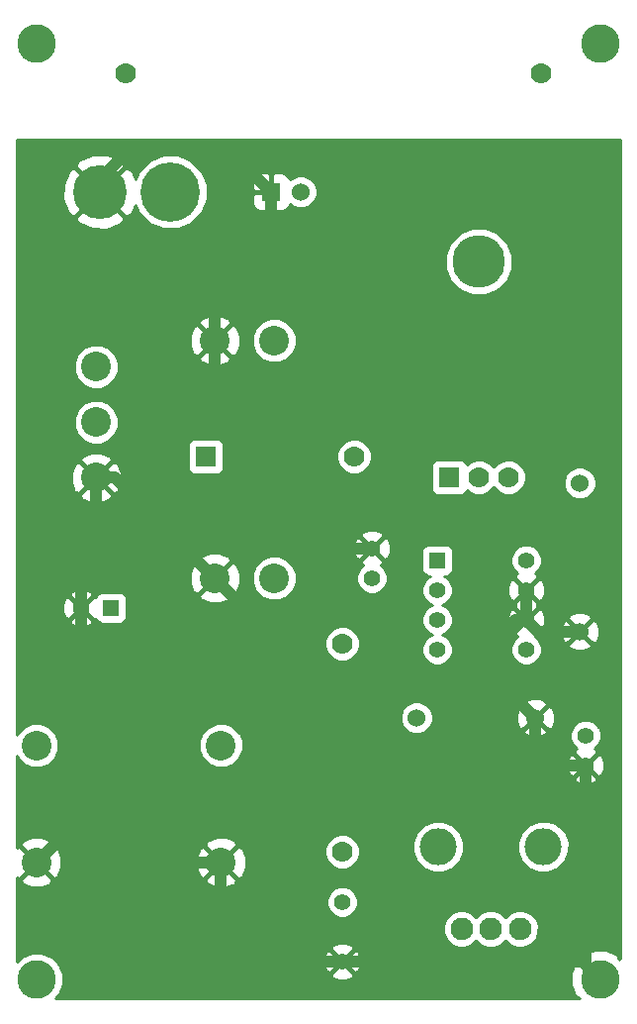
<source format=gbl>
G04 (created by PCBNEW (2013-feb-26)-testing) date Mon 22 Apr 2013 05:52:35 PM PDT*
%MOIN*%
G04 Gerber Fmt 3.4, Leading zero omitted, Abs format*
%FSLAX34Y34*%
G01*
G70*
G90*
G04 APERTURE LIST*
%ADD10C,2.3622e-06*%
%ADD11C,0.1*%
%ADD12R,0.06X0.06*%
%ADD13C,0.06*%
%ADD14R,0.055X0.055*%
%ADD15C,0.055*%
%ADD16C,0.2*%
%ADD17C,0.1811*%
%ADD18C,0.13*%
%ADD19C,0.07*%
%ADD20R,0.07X0.07*%
%ADD21C,0.1772*%
%ADD22C,0.076*%
%ADD23C,0.125*%
%ADD24C,0.04*%
%ADD25C,0.01*%
G04 APERTURE END LIST*
G54D10*
G54D11*
X37000Y-43380D03*
X37000Y-45250D03*
X37000Y-47120D03*
G54D12*
X42900Y-37500D03*
G54D13*
X43900Y-37500D03*
G54D14*
X48500Y-49900D03*
G54D15*
X48500Y-50900D03*
X48500Y-51900D03*
X48500Y-52900D03*
X51500Y-52900D03*
X51500Y-51900D03*
X51500Y-50900D03*
X51500Y-49900D03*
G54D16*
X39500Y-37500D03*
G54D17*
X37138Y-37500D03*
G54D11*
X43000Y-50500D03*
X41000Y-50500D03*
X43000Y-42500D03*
X41000Y-42500D03*
G54D15*
X45300Y-61400D03*
X45300Y-63400D03*
G54D14*
X37500Y-51500D03*
G54D15*
X36500Y-51500D03*
X46300Y-50500D03*
X46300Y-49500D03*
X53500Y-55800D03*
X53500Y-56800D03*
G54D18*
X35000Y-64000D03*
X54000Y-32500D03*
X35000Y-32500D03*
G54D13*
X47800Y-55200D03*
X51800Y-55200D03*
G54D19*
X45700Y-46400D03*
G54D20*
X40700Y-46400D03*
G54D19*
X45300Y-59700D03*
X45300Y-52700D03*
G54D13*
X53300Y-47300D03*
X53300Y-52300D03*
G54D19*
X52000Y-33500D03*
X38000Y-33500D03*
G54D11*
X34990Y-56131D03*
X41210Y-56131D03*
X34990Y-60069D03*
X41210Y-60069D03*
G54D20*
X48900Y-47100D03*
G54D19*
X49900Y-47100D03*
X50900Y-47100D03*
G54D21*
X49900Y-39848D03*
G54D22*
X49316Y-62300D03*
X50300Y-62300D03*
X51284Y-62300D03*
G54D23*
X48528Y-59544D03*
X52072Y-59544D03*
G54D18*
X54000Y-64000D03*
G54D24*
X36900Y-58150D02*
X36900Y-53400D01*
X36500Y-53000D02*
X36500Y-51500D01*
X36900Y-53400D02*
X36500Y-53000D01*
X36500Y-51500D02*
X36500Y-49000D01*
X36500Y-49000D02*
X37000Y-48500D01*
X37000Y-48500D02*
X37000Y-47120D01*
X45300Y-63400D02*
X53400Y-63400D01*
X53400Y-63400D02*
X54000Y-64000D01*
X41210Y-60069D02*
X41210Y-61040D01*
X43570Y-63400D02*
X45300Y-63400D01*
X41210Y-61040D02*
X43570Y-63400D01*
X41210Y-60069D02*
X38819Y-60069D01*
X38819Y-60069D02*
X36900Y-58150D01*
X36900Y-58150D02*
X36900Y-58159D01*
X36900Y-58159D02*
X34990Y-60069D01*
X51800Y-55200D02*
X51800Y-55940D01*
X52660Y-56800D02*
X53500Y-56800D01*
X51800Y-55940D02*
X52660Y-56800D01*
X51500Y-51900D02*
X51130Y-51900D01*
X50570Y-53970D02*
X51800Y-55200D01*
X50570Y-52460D02*
X50570Y-53970D01*
X51130Y-51900D02*
X50570Y-52460D01*
X51500Y-50900D02*
X51500Y-51900D01*
X51500Y-51900D02*
X51900Y-52300D01*
X51900Y-52300D02*
X53300Y-52300D01*
X41000Y-50500D02*
X41000Y-50520D01*
X45540Y-49500D02*
X46300Y-49500D01*
X43460Y-51580D02*
X45540Y-49500D01*
X42060Y-51580D02*
X43460Y-51580D01*
X41000Y-50520D02*
X42060Y-51580D01*
X37000Y-47120D02*
X37620Y-47120D01*
X37620Y-47120D02*
X41000Y-50500D01*
X53500Y-56800D02*
X53500Y-63500D01*
X53500Y-63500D02*
X54000Y-64000D01*
X41000Y-42500D02*
X41000Y-44100D01*
X41000Y-44100D02*
X39600Y-45500D01*
X39600Y-45500D02*
X39600Y-49100D01*
X39600Y-49100D02*
X41000Y-50500D01*
X42900Y-37500D02*
X42900Y-39500D01*
X41000Y-41400D02*
X41000Y-42500D01*
X42900Y-39500D02*
X41000Y-41400D01*
X37138Y-37500D02*
X37138Y-37062D01*
X41300Y-35900D02*
X42900Y-37500D01*
X38300Y-35900D02*
X41300Y-35900D01*
X37138Y-37062D02*
X38300Y-35900D01*
G54D10*
G36*
X54675Y-63289D02*
X54641Y-63323D01*
X54578Y-63160D01*
X54213Y-63003D01*
X54125Y-63001D01*
X54125Y-56675D01*
X54029Y-56445D01*
X54029Y-56445D01*
X54025Y-56445D01*
X54025Y-55696D01*
X53950Y-55514D01*
X53950Y-52171D01*
X53851Y-51932D01*
X53850Y-51930D01*
X53850Y-51930D01*
X53850Y-47191D01*
X53766Y-46988D01*
X53611Y-46834D01*
X53409Y-46750D01*
X53191Y-46749D01*
X52988Y-46833D01*
X52834Y-46988D01*
X52750Y-47190D01*
X52749Y-47408D01*
X52833Y-47611D01*
X52988Y-47765D01*
X53190Y-47849D01*
X53408Y-47850D01*
X53611Y-47766D01*
X53765Y-47611D01*
X53849Y-47409D01*
X53850Y-47191D01*
X53850Y-51930D01*
X53724Y-51911D01*
X53688Y-51946D01*
X53688Y-51875D01*
X53669Y-51749D01*
X53430Y-51650D01*
X53171Y-51649D01*
X52932Y-51748D01*
X52930Y-51749D01*
X52911Y-51875D01*
X53300Y-52264D01*
X53688Y-51875D01*
X53688Y-51946D01*
X53335Y-52300D01*
X53724Y-52688D01*
X53850Y-52669D01*
X53949Y-52430D01*
X53950Y-52171D01*
X53950Y-55514D01*
X53945Y-55503D01*
X53797Y-55355D01*
X53688Y-55309D01*
X53688Y-52724D01*
X53300Y-52335D01*
X53264Y-52370D01*
X53264Y-52300D01*
X52875Y-51911D01*
X52749Y-51930D01*
X52650Y-52169D01*
X52649Y-52428D01*
X52748Y-52667D01*
X52749Y-52669D01*
X52875Y-52688D01*
X53264Y-52300D01*
X53264Y-52370D01*
X52911Y-52724D01*
X52930Y-52850D01*
X53169Y-52949D01*
X53428Y-52950D01*
X53667Y-52851D01*
X53669Y-52850D01*
X53688Y-52724D01*
X53688Y-55309D01*
X53604Y-55275D01*
X53396Y-55274D01*
X53203Y-55354D01*
X53055Y-55502D01*
X52975Y-55695D01*
X52974Y-55903D01*
X53054Y-56097D01*
X53202Y-56244D01*
X53204Y-56245D01*
X53145Y-56270D01*
X53145Y-56270D01*
X53129Y-56393D01*
X53500Y-56764D01*
X53870Y-56393D01*
X53854Y-56270D01*
X53795Y-56245D01*
X53797Y-56245D01*
X53944Y-56097D01*
X54024Y-55904D01*
X54025Y-55696D01*
X54025Y-56445D01*
X53906Y-56429D01*
X53535Y-56800D01*
X53906Y-57170D01*
X54029Y-57154D01*
X54124Y-56924D01*
X54125Y-56675D01*
X54125Y-63001D01*
X53870Y-62997D01*
X53870Y-57206D01*
X53500Y-56835D01*
X53464Y-56870D01*
X53464Y-56800D01*
X53093Y-56429D01*
X52970Y-56445D01*
X52875Y-56675D01*
X52874Y-56924D01*
X52970Y-57154D01*
X52970Y-57154D01*
X53093Y-57170D01*
X53464Y-56800D01*
X53464Y-56870D01*
X53129Y-57206D01*
X53145Y-57329D01*
X53375Y-57424D01*
X53624Y-57425D01*
X53854Y-57329D01*
X53854Y-57329D01*
X53870Y-57206D01*
X53870Y-62997D01*
X53815Y-62997D01*
X53446Y-63143D01*
X53421Y-63160D01*
X53358Y-63323D01*
X54000Y-63964D01*
X54005Y-63959D01*
X54040Y-63994D01*
X54035Y-64000D01*
X54040Y-64005D01*
X54005Y-64040D01*
X54000Y-64035D01*
X53994Y-64040D01*
X53959Y-64005D01*
X53964Y-64000D01*
X53323Y-63358D01*
X53160Y-63421D01*
X53003Y-63786D01*
X52997Y-64184D01*
X53143Y-64553D01*
X53160Y-64578D01*
X53308Y-64635D01*
X52947Y-64635D01*
X52947Y-59370D01*
X52814Y-59049D01*
X52568Y-58802D01*
X52450Y-58753D01*
X52450Y-55071D01*
X52351Y-54832D01*
X52350Y-54830D01*
X52224Y-54811D01*
X52188Y-54846D01*
X52188Y-54775D01*
X52169Y-54649D01*
X52125Y-54631D01*
X52125Y-51775D01*
X52125Y-50775D01*
X52029Y-50545D01*
X52029Y-50545D01*
X52025Y-50545D01*
X52025Y-49796D01*
X51945Y-49603D01*
X51797Y-49455D01*
X51604Y-49375D01*
X51500Y-49375D01*
X51500Y-46981D01*
X51408Y-46760D01*
X51240Y-46591D01*
X51036Y-46506D01*
X51036Y-39623D01*
X50863Y-39205D01*
X50544Y-38885D01*
X50126Y-38712D01*
X49675Y-38711D01*
X49257Y-38884D01*
X48937Y-39203D01*
X48764Y-39621D01*
X48763Y-40072D01*
X48936Y-40490D01*
X49255Y-40810D01*
X49673Y-40983D01*
X50124Y-40984D01*
X50542Y-40811D01*
X50862Y-40492D01*
X51035Y-40074D01*
X51036Y-39623D01*
X51036Y-46506D01*
X51019Y-46500D01*
X50781Y-46499D01*
X50560Y-46591D01*
X50399Y-46751D01*
X50240Y-46591D01*
X50019Y-46500D01*
X49781Y-46499D01*
X49560Y-46591D01*
X49485Y-46665D01*
X49462Y-46608D01*
X49391Y-46538D01*
X49299Y-46500D01*
X49200Y-46499D01*
X48500Y-46499D01*
X48408Y-46537D01*
X48338Y-46608D01*
X48300Y-46700D01*
X48299Y-46799D01*
X48299Y-47499D01*
X48337Y-47591D01*
X48408Y-47661D01*
X48500Y-47699D01*
X48599Y-47700D01*
X49299Y-47700D01*
X49391Y-47662D01*
X49461Y-47591D01*
X49485Y-47534D01*
X49559Y-47608D01*
X49780Y-47699D01*
X50018Y-47700D01*
X50239Y-47608D01*
X50400Y-47448D01*
X50559Y-47608D01*
X50780Y-47699D01*
X51018Y-47700D01*
X51239Y-47608D01*
X51408Y-47440D01*
X51499Y-47219D01*
X51500Y-46981D01*
X51500Y-49375D01*
X51396Y-49374D01*
X51203Y-49454D01*
X51055Y-49602D01*
X50975Y-49795D01*
X50974Y-50003D01*
X51054Y-50197D01*
X51202Y-50344D01*
X51204Y-50345D01*
X51145Y-50370D01*
X51145Y-50370D01*
X51129Y-50493D01*
X51500Y-50864D01*
X51870Y-50493D01*
X51854Y-50370D01*
X51795Y-50345D01*
X51797Y-50345D01*
X51944Y-50197D01*
X52024Y-50004D01*
X52025Y-49796D01*
X52025Y-50545D01*
X51906Y-50529D01*
X51535Y-50900D01*
X51906Y-51270D01*
X52029Y-51254D01*
X52124Y-51024D01*
X52125Y-50775D01*
X52125Y-51775D01*
X52029Y-51545D01*
X52029Y-51545D01*
X51906Y-51529D01*
X51870Y-51564D01*
X51870Y-51493D01*
X51858Y-51400D01*
X51870Y-51306D01*
X51500Y-50935D01*
X51464Y-50970D01*
X51464Y-50900D01*
X51093Y-50529D01*
X50970Y-50545D01*
X50875Y-50775D01*
X50874Y-51024D01*
X50970Y-51254D01*
X50970Y-51254D01*
X51093Y-51270D01*
X51464Y-50900D01*
X51464Y-50970D01*
X51129Y-51306D01*
X51141Y-51400D01*
X51129Y-51493D01*
X51500Y-51864D01*
X51870Y-51493D01*
X51870Y-51564D01*
X51535Y-51900D01*
X51906Y-52270D01*
X52029Y-52254D01*
X52124Y-52024D01*
X52125Y-51775D01*
X52125Y-54631D01*
X52025Y-54589D01*
X52025Y-52796D01*
X51945Y-52603D01*
X51797Y-52455D01*
X51795Y-52454D01*
X51854Y-52429D01*
X51854Y-52429D01*
X51870Y-52306D01*
X51500Y-51935D01*
X51464Y-51970D01*
X51464Y-51900D01*
X51093Y-51529D01*
X50970Y-51545D01*
X50875Y-51775D01*
X50874Y-52024D01*
X50970Y-52254D01*
X50970Y-52254D01*
X51093Y-52270D01*
X51464Y-51900D01*
X51464Y-51970D01*
X51129Y-52306D01*
X51145Y-52429D01*
X51204Y-52454D01*
X51203Y-52454D01*
X51055Y-52602D01*
X50975Y-52795D01*
X50974Y-53003D01*
X51054Y-53197D01*
X51202Y-53344D01*
X51395Y-53424D01*
X51603Y-53425D01*
X51797Y-53345D01*
X51944Y-53197D01*
X52024Y-53004D01*
X52025Y-52796D01*
X52025Y-54589D01*
X51930Y-54550D01*
X51671Y-54549D01*
X51432Y-54648D01*
X51430Y-54649D01*
X51411Y-54775D01*
X51800Y-55164D01*
X52188Y-54775D01*
X52188Y-54846D01*
X51835Y-55200D01*
X52224Y-55588D01*
X52350Y-55569D01*
X52449Y-55330D01*
X52450Y-55071D01*
X52450Y-58753D01*
X52246Y-58669D01*
X52188Y-58669D01*
X52188Y-55624D01*
X51800Y-55235D01*
X51764Y-55270D01*
X51764Y-55200D01*
X51375Y-54811D01*
X51249Y-54830D01*
X51150Y-55069D01*
X51149Y-55328D01*
X51248Y-55567D01*
X51249Y-55569D01*
X51375Y-55588D01*
X51764Y-55200D01*
X51764Y-55270D01*
X51411Y-55624D01*
X51430Y-55750D01*
X51669Y-55849D01*
X51928Y-55850D01*
X52167Y-55751D01*
X52169Y-55750D01*
X52188Y-55624D01*
X52188Y-58669D01*
X51898Y-58668D01*
X51577Y-58801D01*
X51330Y-59047D01*
X51197Y-59369D01*
X51196Y-59717D01*
X51329Y-60039D01*
X51575Y-60285D01*
X51897Y-60418D01*
X52245Y-60419D01*
X52567Y-60286D01*
X52813Y-60040D01*
X52946Y-59718D01*
X52947Y-59370D01*
X52947Y-64635D01*
X51914Y-64635D01*
X51914Y-62175D01*
X51818Y-61943D01*
X51641Y-61766D01*
X51409Y-61670D01*
X51159Y-61669D01*
X50927Y-61765D01*
X50791Y-61901D01*
X50657Y-61766D01*
X50425Y-61670D01*
X50175Y-61669D01*
X49943Y-61765D01*
X49807Y-61901D01*
X49673Y-61766D01*
X49441Y-61670D01*
X49403Y-61670D01*
X49403Y-59370D01*
X49270Y-59049D01*
X49025Y-58803D01*
X49025Y-52796D01*
X48945Y-52603D01*
X48797Y-52455D01*
X48664Y-52399D01*
X48797Y-52345D01*
X48944Y-52197D01*
X49024Y-52004D01*
X49025Y-51796D01*
X48945Y-51603D01*
X48797Y-51455D01*
X48664Y-51399D01*
X48797Y-51345D01*
X48944Y-51197D01*
X49024Y-51004D01*
X49025Y-50796D01*
X48945Y-50603D01*
X48797Y-50455D01*
X48725Y-50425D01*
X48824Y-50425D01*
X48916Y-50387D01*
X48986Y-50316D01*
X49024Y-50224D01*
X49025Y-50125D01*
X49025Y-49575D01*
X48987Y-49483D01*
X48916Y-49413D01*
X48824Y-49375D01*
X48725Y-49374D01*
X48175Y-49374D01*
X48083Y-49412D01*
X48013Y-49483D01*
X47975Y-49575D01*
X47974Y-49674D01*
X47974Y-50224D01*
X48012Y-50316D01*
X48083Y-50386D01*
X48175Y-50424D01*
X48274Y-50425D01*
X48274Y-50425D01*
X48203Y-50454D01*
X48055Y-50602D01*
X47975Y-50795D01*
X47974Y-51003D01*
X48054Y-51197D01*
X48202Y-51344D01*
X48335Y-51400D01*
X48203Y-51454D01*
X48055Y-51602D01*
X47975Y-51795D01*
X47974Y-52003D01*
X48054Y-52197D01*
X48202Y-52344D01*
X48335Y-52400D01*
X48203Y-52454D01*
X48055Y-52602D01*
X47975Y-52795D01*
X47974Y-53003D01*
X48054Y-53197D01*
X48202Y-53344D01*
X48395Y-53424D01*
X48603Y-53425D01*
X48797Y-53345D01*
X48944Y-53197D01*
X49024Y-53004D01*
X49025Y-52796D01*
X49025Y-58803D01*
X49024Y-58802D01*
X48702Y-58669D01*
X48354Y-58668D01*
X48350Y-58670D01*
X48350Y-55091D01*
X48266Y-54888D01*
X48111Y-54734D01*
X47909Y-54650D01*
X47691Y-54649D01*
X47488Y-54733D01*
X47334Y-54888D01*
X47250Y-55090D01*
X47249Y-55308D01*
X47333Y-55511D01*
X47488Y-55665D01*
X47690Y-55749D01*
X47908Y-55750D01*
X48111Y-55666D01*
X48265Y-55511D01*
X48349Y-55309D01*
X48350Y-55091D01*
X48350Y-58670D01*
X48033Y-58801D01*
X47786Y-59047D01*
X47653Y-59369D01*
X47652Y-59717D01*
X47785Y-60039D01*
X48031Y-60285D01*
X48353Y-60418D01*
X48701Y-60419D01*
X49023Y-60286D01*
X49269Y-60040D01*
X49402Y-59718D01*
X49403Y-59370D01*
X49403Y-61670D01*
X49191Y-61669D01*
X48959Y-61765D01*
X48782Y-61942D01*
X48686Y-62174D01*
X48685Y-62424D01*
X48781Y-62656D01*
X48958Y-62833D01*
X49190Y-62929D01*
X49440Y-62930D01*
X49672Y-62834D01*
X49808Y-62698D01*
X49942Y-62833D01*
X50174Y-62929D01*
X50424Y-62930D01*
X50656Y-62834D01*
X50792Y-62698D01*
X50926Y-62833D01*
X51158Y-62929D01*
X51408Y-62930D01*
X51640Y-62834D01*
X51817Y-62657D01*
X51913Y-62425D01*
X51914Y-62175D01*
X51914Y-64635D01*
X46925Y-64635D01*
X46925Y-49375D01*
X46829Y-49145D01*
X46829Y-49145D01*
X46706Y-49129D01*
X46670Y-49164D01*
X46670Y-49093D01*
X46654Y-48970D01*
X46424Y-48875D01*
X46300Y-48875D01*
X46300Y-46281D01*
X46208Y-46060D01*
X46040Y-45891D01*
X45819Y-45800D01*
X45581Y-45799D01*
X45360Y-45891D01*
X45191Y-46059D01*
X45100Y-46280D01*
X45099Y-46518D01*
X45191Y-46739D01*
X45359Y-46908D01*
X45580Y-46999D01*
X45818Y-47000D01*
X46039Y-46908D01*
X46208Y-46740D01*
X46299Y-46519D01*
X46300Y-46281D01*
X46300Y-48875D01*
X46175Y-48874D01*
X45945Y-48970D01*
X45945Y-48970D01*
X45929Y-49093D01*
X46300Y-49464D01*
X46670Y-49093D01*
X46670Y-49164D01*
X46335Y-49500D01*
X46706Y-49870D01*
X46829Y-49854D01*
X46924Y-49624D01*
X46925Y-49375D01*
X46925Y-64635D01*
X46825Y-64635D01*
X46825Y-50396D01*
X46745Y-50203D01*
X46597Y-50055D01*
X46595Y-50054D01*
X46654Y-50029D01*
X46654Y-50029D01*
X46670Y-49906D01*
X46300Y-49535D01*
X46264Y-49570D01*
X46264Y-49500D01*
X45893Y-49129D01*
X45770Y-49145D01*
X45675Y-49375D01*
X45674Y-49624D01*
X45770Y-49854D01*
X45770Y-49854D01*
X45893Y-49870D01*
X46264Y-49500D01*
X46264Y-49570D01*
X45929Y-49906D01*
X45945Y-50029D01*
X46004Y-50054D01*
X46003Y-50054D01*
X45855Y-50202D01*
X45775Y-50395D01*
X45774Y-50603D01*
X45854Y-50797D01*
X46002Y-50944D01*
X46195Y-51024D01*
X46403Y-51025D01*
X46597Y-50945D01*
X46744Y-50797D01*
X46824Y-50604D01*
X46825Y-50396D01*
X46825Y-64635D01*
X45925Y-64635D01*
X45925Y-63275D01*
X45900Y-63215D01*
X45900Y-59581D01*
X45900Y-52581D01*
X45808Y-52360D01*
X45640Y-52191D01*
X45419Y-52100D01*
X45181Y-52099D01*
X44960Y-52191D01*
X44791Y-52359D01*
X44700Y-52580D01*
X44699Y-52818D01*
X44791Y-53039D01*
X44959Y-53208D01*
X45180Y-53299D01*
X45418Y-53300D01*
X45639Y-53208D01*
X45808Y-53040D01*
X45899Y-52819D01*
X45900Y-52581D01*
X45900Y-59581D01*
X45808Y-59360D01*
X45640Y-59191D01*
X45419Y-59100D01*
X45181Y-59099D01*
X44960Y-59191D01*
X44791Y-59359D01*
X44700Y-59580D01*
X44699Y-59818D01*
X44791Y-60039D01*
X44959Y-60208D01*
X45180Y-60299D01*
X45418Y-60300D01*
X45639Y-60208D01*
X45808Y-60040D01*
X45899Y-59819D01*
X45900Y-59581D01*
X45900Y-63215D01*
X45829Y-63045D01*
X45829Y-63045D01*
X45825Y-63045D01*
X45825Y-61296D01*
X45745Y-61103D01*
X45597Y-60955D01*
X45404Y-60875D01*
X45196Y-60874D01*
X45003Y-60954D01*
X44855Y-61102D01*
X44775Y-61295D01*
X44774Y-61503D01*
X44854Y-61697D01*
X45002Y-61844D01*
X45195Y-61924D01*
X45403Y-61925D01*
X45597Y-61845D01*
X45744Y-61697D01*
X45824Y-61504D01*
X45825Y-61296D01*
X45825Y-63045D01*
X45706Y-63029D01*
X45670Y-63064D01*
X45670Y-62993D01*
X45654Y-62870D01*
X45424Y-62775D01*
X45175Y-62774D01*
X44945Y-62870D01*
X44945Y-62870D01*
X44929Y-62993D01*
X45300Y-63364D01*
X45670Y-62993D01*
X45670Y-63064D01*
X45335Y-63400D01*
X45706Y-63770D01*
X45829Y-63754D01*
X45924Y-63524D01*
X45925Y-63275D01*
X45925Y-64635D01*
X45670Y-64635D01*
X45670Y-63806D01*
X45300Y-63435D01*
X45264Y-63470D01*
X45264Y-63400D01*
X44893Y-63029D01*
X44770Y-63045D01*
X44675Y-63275D01*
X44674Y-63524D01*
X44770Y-63754D01*
X44770Y-63754D01*
X44893Y-63770D01*
X45264Y-63400D01*
X45264Y-63470D01*
X44929Y-63806D01*
X44945Y-63929D01*
X45175Y-64024D01*
X45424Y-64025D01*
X45654Y-63929D01*
X45654Y-63929D01*
X45670Y-63806D01*
X45670Y-64635D01*
X44450Y-64635D01*
X44450Y-37391D01*
X44366Y-37188D01*
X44211Y-37034D01*
X44009Y-36950D01*
X43791Y-36949D01*
X43588Y-37033D01*
X43532Y-37089D01*
X43496Y-37001D01*
X43398Y-36903D01*
X43269Y-36849D01*
X43012Y-36850D01*
X42925Y-36937D01*
X42925Y-37475D01*
X42932Y-37475D01*
X42932Y-37525D01*
X42925Y-37525D01*
X42925Y-38062D01*
X43012Y-38150D01*
X43269Y-38150D01*
X43398Y-38096D01*
X43496Y-37998D01*
X43532Y-37910D01*
X43588Y-37965D01*
X43790Y-38049D01*
X44008Y-38050D01*
X44211Y-37966D01*
X44365Y-37811D01*
X44449Y-37609D01*
X44450Y-37391D01*
X44450Y-64635D01*
X43750Y-64635D01*
X43750Y-50351D01*
X43750Y-42351D01*
X43636Y-42075D01*
X43425Y-41864D01*
X43149Y-41750D01*
X42875Y-41749D01*
X42875Y-38062D01*
X42875Y-37525D01*
X42875Y-37475D01*
X42875Y-36937D01*
X42787Y-36850D01*
X42530Y-36849D01*
X42402Y-36903D01*
X42303Y-37001D01*
X42250Y-37130D01*
X42249Y-37269D01*
X42250Y-37387D01*
X42337Y-37475D01*
X42875Y-37475D01*
X42875Y-37525D01*
X42337Y-37525D01*
X42250Y-37612D01*
X42249Y-37730D01*
X42250Y-37869D01*
X42303Y-37998D01*
X42402Y-38096D01*
X42530Y-38150D01*
X42787Y-38150D01*
X42875Y-38062D01*
X42875Y-41749D01*
X42851Y-41749D01*
X42575Y-41863D01*
X42364Y-42074D01*
X42250Y-42350D01*
X42249Y-42648D01*
X42363Y-42924D01*
X42574Y-43135D01*
X42850Y-43249D01*
X43148Y-43250D01*
X43424Y-43136D01*
X43635Y-42925D01*
X43749Y-42649D01*
X43750Y-42351D01*
X43750Y-50351D01*
X43636Y-50075D01*
X43425Y-49864D01*
X43149Y-49750D01*
X42851Y-49749D01*
X42575Y-49863D01*
X42364Y-50074D01*
X42250Y-50350D01*
X42249Y-50648D01*
X42363Y-50924D01*
X42574Y-51135D01*
X42850Y-51249D01*
X43148Y-51250D01*
X43424Y-51136D01*
X43635Y-50925D01*
X43749Y-50649D01*
X43750Y-50351D01*
X43750Y-64635D01*
X42061Y-64635D01*
X42061Y-59908D01*
X41960Y-59656D01*
X41960Y-55982D01*
X41851Y-55720D01*
X41851Y-50339D01*
X41851Y-42339D01*
X41725Y-42026D01*
X41715Y-42011D01*
X41568Y-41967D01*
X41532Y-42002D01*
X41532Y-41931D01*
X41488Y-41784D01*
X41177Y-41651D01*
X40839Y-41648D01*
X40750Y-41684D01*
X40750Y-37252D01*
X40560Y-36792D01*
X40208Y-36440D01*
X39749Y-36250D01*
X39252Y-36249D01*
X38792Y-36439D01*
X38440Y-36791D01*
X38321Y-37078D01*
X38216Y-36809D01*
X38188Y-36767D01*
X37998Y-36674D01*
X37963Y-36709D01*
X37963Y-36639D01*
X37870Y-36449D01*
X37412Y-36249D01*
X36913Y-36239D01*
X36447Y-36421D01*
X36405Y-36449D01*
X36312Y-36639D01*
X37138Y-37464D01*
X37963Y-36639D01*
X37963Y-36709D01*
X37173Y-37500D01*
X37998Y-38325D01*
X38188Y-38232D01*
X38322Y-37924D01*
X38439Y-38207D01*
X38791Y-38559D01*
X39250Y-38749D01*
X39747Y-38750D01*
X40207Y-38560D01*
X40559Y-38208D01*
X40749Y-37749D01*
X40750Y-37252D01*
X40750Y-41684D01*
X40526Y-41774D01*
X40511Y-41784D01*
X40467Y-41931D01*
X41000Y-42464D01*
X41532Y-41931D01*
X41532Y-42002D01*
X41035Y-42500D01*
X41568Y-43032D01*
X41715Y-42988D01*
X41848Y-42677D01*
X41851Y-42339D01*
X41851Y-50339D01*
X41725Y-50026D01*
X41715Y-50011D01*
X41568Y-49967D01*
X41532Y-50002D01*
X41532Y-49931D01*
X41532Y-43068D01*
X41000Y-42535D01*
X40964Y-42570D01*
X40964Y-42500D01*
X40431Y-41967D01*
X40284Y-42011D01*
X40151Y-42322D01*
X40148Y-42660D01*
X40274Y-42973D01*
X40284Y-42988D01*
X40431Y-43032D01*
X40964Y-42500D01*
X40964Y-42570D01*
X40467Y-43068D01*
X40511Y-43215D01*
X40822Y-43348D01*
X41160Y-43351D01*
X41473Y-43225D01*
X41488Y-43215D01*
X41532Y-43068D01*
X41532Y-49931D01*
X41488Y-49784D01*
X41300Y-49703D01*
X41300Y-46700D01*
X41300Y-46000D01*
X41262Y-45908D01*
X41191Y-45838D01*
X41099Y-45800D01*
X41000Y-45799D01*
X40300Y-45799D01*
X40208Y-45837D01*
X40138Y-45908D01*
X40100Y-46000D01*
X40099Y-46099D01*
X40099Y-46799D01*
X40137Y-46891D01*
X40208Y-46961D01*
X40300Y-46999D01*
X40399Y-47000D01*
X41099Y-47000D01*
X41191Y-46962D01*
X41261Y-46891D01*
X41299Y-46799D01*
X41300Y-46700D01*
X41300Y-49703D01*
X41177Y-49651D01*
X40839Y-49648D01*
X40526Y-49774D01*
X40511Y-49784D01*
X40467Y-49931D01*
X41000Y-50464D01*
X41532Y-49931D01*
X41532Y-50002D01*
X41035Y-50500D01*
X41568Y-51032D01*
X41715Y-50988D01*
X41848Y-50677D01*
X41851Y-50339D01*
X41851Y-55720D01*
X41846Y-55706D01*
X41635Y-55495D01*
X41532Y-55453D01*
X41532Y-51068D01*
X41000Y-50535D01*
X40964Y-50570D01*
X40964Y-50500D01*
X40431Y-49967D01*
X40284Y-50011D01*
X40151Y-50322D01*
X40148Y-50660D01*
X40274Y-50973D01*
X40284Y-50988D01*
X40431Y-51032D01*
X40964Y-50500D01*
X40964Y-50570D01*
X40467Y-51068D01*
X40511Y-51215D01*
X40822Y-51348D01*
X41160Y-51351D01*
X41473Y-51225D01*
X41488Y-51215D01*
X41532Y-51068D01*
X41532Y-55453D01*
X41359Y-55381D01*
X41061Y-55380D01*
X40785Y-55494D01*
X40574Y-55705D01*
X40460Y-55981D01*
X40459Y-56279D01*
X40573Y-56555D01*
X40784Y-56766D01*
X41060Y-56880D01*
X41358Y-56881D01*
X41634Y-56767D01*
X41845Y-56556D01*
X41959Y-56280D01*
X41960Y-55982D01*
X41960Y-59656D01*
X41935Y-59595D01*
X41925Y-59580D01*
X41778Y-59536D01*
X41742Y-59571D01*
X41742Y-59500D01*
X41698Y-59353D01*
X41387Y-59220D01*
X41049Y-59217D01*
X40736Y-59343D01*
X40721Y-59353D01*
X40677Y-59500D01*
X41210Y-60033D01*
X41742Y-59500D01*
X41742Y-59571D01*
X41245Y-60069D01*
X41778Y-60601D01*
X41925Y-60557D01*
X42058Y-60246D01*
X42061Y-59908D01*
X42061Y-64635D01*
X41742Y-64635D01*
X41742Y-60637D01*
X41210Y-60104D01*
X41174Y-60139D01*
X41174Y-60069D01*
X40641Y-59536D01*
X40494Y-59580D01*
X40361Y-59891D01*
X40358Y-60229D01*
X40484Y-60542D01*
X40494Y-60557D01*
X40641Y-60601D01*
X41174Y-60069D01*
X41174Y-60139D01*
X40677Y-60637D01*
X40721Y-60784D01*
X41032Y-60917D01*
X41370Y-60920D01*
X41683Y-60794D01*
X41698Y-60784D01*
X41742Y-60637D01*
X41742Y-64635D01*
X38025Y-64635D01*
X38025Y-51725D01*
X38025Y-51175D01*
X37987Y-51083D01*
X37963Y-51059D01*
X37963Y-38360D01*
X37138Y-37535D01*
X37102Y-37570D01*
X37102Y-37500D01*
X36277Y-36674D01*
X36087Y-36767D01*
X35887Y-37225D01*
X35877Y-37724D01*
X36059Y-38190D01*
X36087Y-38232D01*
X36277Y-38325D01*
X37102Y-37500D01*
X37102Y-37570D01*
X36312Y-38360D01*
X36405Y-38550D01*
X36863Y-38750D01*
X37362Y-38760D01*
X37828Y-38578D01*
X37870Y-38550D01*
X37963Y-38360D01*
X37963Y-51059D01*
X37916Y-51013D01*
X37851Y-50986D01*
X37851Y-46959D01*
X37750Y-46707D01*
X37750Y-45101D01*
X37750Y-43231D01*
X37636Y-42955D01*
X37425Y-42744D01*
X37149Y-42630D01*
X36851Y-42629D01*
X36575Y-42743D01*
X36364Y-42954D01*
X36250Y-43230D01*
X36249Y-43528D01*
X36363Y-43804D01*
X36574Y-44015D01*
X36850Y-44129D01*
X37148Y-44130D01*
X37424Y-44016D01*
X37635Y-43805D01*
X37749Y-43529D01*
X37750Y-43231D01*
X37750Y-45101D01*
X37636Y-44825D01*
X37425Y-44614D01*
X37149Y-44500D01*
X36851Y-44499D01*
X36575Y-44613D01*
X36364Y-44824D01*
X36250Y-45100D01*
X36249Y-45398D01*
X36363Y-45674D01*
X36574Y-45885D01*
X36850Y-45999D01*
X37148Y-46000D01*
X37424Y-45886D01*
X37635Y-45675D01*
X37749Y-45399D01*
X37750Y-45101D01*
X37750Y-46707D01*
X37725Y-46646D01*
X37715Y-46631D01*
X37568Y-46587D01*
X37532Y-46622D01*
X37532Y-46551D01*
X37488Y-46404D01*
X37177Y-46271D01*
X36839Y-46268D01*
X36526Y-46394D01*
X36511Y-46404D01*
X36467Y-46551D01*
X37000Y-47084D01*
X37532Y-46551D01*
X37532Y-46622D01*
X37035Y-47120D01*
X37568Y-47652D01*
X37715Y-47608D01*
X37848Y-47297D01*
X37851Y-46959D01*
X37851Y-50986D01*
X37824Y-50975D01*
X37725Y-50974D01*
X37532Y-50974D01*
X37532Y-47688D01*
X37000Y-47155D01*
X36964Y-47190D01*
X36964Y-47120D01*
X36431Y-46587D01*
X36284Y-46631D01*
X36151Y-46942D01*
X36148Y-47280D01*
X36274Y-47593D01*
X36284Y-47608D01*
X36431Y-47652D01*
X36964Y-47120D01*
X36964Y-47190D01*
X36467Y-47688D01*
X36511Y-47835D01*
X36822Y-47968D01*
X37160Y-47971D01*
X37473Y-47845D01*
X37488Y-47835D01*
X37532Y-47688D01*
X37532Y-50974D01*
X37175Y-50974D01*
X37083Y-51012D01*
X37013Y-51083D01*
X36989Y-51140D01*
X36906Y-51129D01*
X36870Y-51164D01*
X36870Y-51093D01*
X36854Y-50970D01*
X36624Y-50875D01*
X36375Y-50874D01*
X36145Y-50970D01*
X36145Y-50970D01*
X36129Y-51093D01*
X36500Y-51464D01*
X36870Y-51093D01*
X36870Y-51164D01*
X36535Y-51500D01*
X36906Y-51870D01*
X36989Y-51859D01*
X37012Y-51916D01*
X37083Y-51986D01*
X37175Y-52024D01*
X37274Y-52025D01*
X37824Y-52025D01*
X37916Y-51987D01*
X37986Y-51916D01*
X38024Y-51824D01*
X38025Y-51725D01*
X38025Y-64635D01*
X36870Y-64635D01*
X36870Y-51906D01*
X36500Y-51535D01*
X36464Y-51570D01*
X36464Y-51500D01*
X36093Y-51129D01*
X35970Y-51145D01*
X35875Y-51375D01*
X35874Y-51624D01*
X35970Y-51854D01*
X35970Y-51854D01*
X36093Y-51870D01*
X36464Y-51500D01*
X36464Y-51570D01*
X36129Y-51906D01*
X36145Y-52029D01*
X36375Y-52124D01*
X36624Y-52125D01*
X36854Y-52029D01*
X36854Y-52029D01*
X36870Y-51906D01*
X36870Y-64635D01*
X35637Y-64635D01*
X35762Y-64510D01*
X35899Y-64179D01*
X35900Y-63821D01*
X35841Y-63680D01*
X35841Y-59908D01*
X35715Y-59595D01*
X35705Y-59580D01*
X35558Y-59536D01*
X35522Y-59571D01*
X35522Y-59500D01*
X35478Y-59353D01*
X35167Y-59220D01*
X34829Y-59217D01*
X34516Y-59343D01*
X34501Y-59353D01*
X34457Y-59500D01*
X34990Y-60033D01*
X35522Y-59500D01*
X35522Y-59571D01*
X35025Y-60069D01*
X35558Y-60601D01*
X35705Y-60557D01*
X35838Y-60246D01*
X35841Y-59908D01*
X35841Y-63680D01*
X35763Y-63490D01*
X35522Y-63249D01*
X35522Y-60637D01*
X34990Y-60104D01*
X34457Y-60637D01*
X34501Y-60784D01*
X34812Y-60917D01*
X35150Y-60920D01*
X35463Y-60794D01*
X35478Y-60784D01*
X35522Y-60637D01*
X35522Y-63249D01*
X35510Y-63237D01*
X35179Y-63100D01*
X34821Y-63099D01*
X34490Y-63236D01*
X34325Y-63402D01*
X34325Y-60573D01*
X34421Y-60601D01*
X34954Y-60069D01*
X34421Y-59536D01*
X34325Y-59564D01*
X34325Y-56485D01*
X34353Y-56555D01*
X34564Y-56766D01*
X34840Y-56880D01*
X35138Y-56881D01*
X35414Y-56767D01*
X35625Y-56556D01*
X35739Y-56280D01*
X35740Y-55982D01*
X35626Y-55706D01*
X35415Y-55495D01*
X35139Y-55381D01*
X34841Y-55380D01*
X34565Y-55494D01*
X34354Y-55705D01*
X34325Y-55776D01*
X34325Y-35750D01*
X54650Y-35750D01*
X54675Y-42975D01*
X54675Y-63289D01*
X54675Y-63289D01*
G37*
G54D25*
X54675Y-63289D02*
X54641Y-63323D01*
X54578Y-63160D01*
X54213Y-63003D01*
X54125Y-63001D01*
X54125Y-56675D01*
X54029Y-56445D01*
X54029Y-56445D01*
X54025Y-56445D01*
X54025Y-55696D01*
X53950Y-55514D01*
X53950Y-52171D01*
X53851Y-51932D01*
X53850Y-51930D01*
X53850Y-51930D01*
X53850Y-47191D01*
X53766Y-46988D01*
X53611Y-46834D01*
X53409Y-46750D01*
X53191Y-46749D01*
X52988Y-46833D01*
X52834Y-46988D01*
X52750Y-47190D01*
X52749Y-47408D01*
X52833Y-47611D01*
X52988Y-47765D01*
X53190Y-47849D01*
X53408Y-47850D01*
X53611Y-47766D01*
X53765Y-47611D01*
X53849Y-47409D01*
X53850Y-47191D01*
X53850Y-51930D01*
X53724Y-51911D01*
X53688Y-51946D01*
X53688Y-51875D01*
X53669Y-51749D01*
X53430Y-51650D01*
X53171Y-51649D01*
X52932Y-51748D01*
X52930Y-51749D01*
X52911Y-51875D01*
X53300Y-52264D01*
X53688Y-51875D01*
X53688Y-51946D01*
X53335Y-52300D01*
X53724Y-52688D01*
X53850Y-52669D01*
X53949Y-52430D01*
X53950Y-52171D01*
X53950Y-55514D01*
X53945Y-55503D01*
X53797Y-55355D01*
X53688Y-55309D01*
X53688Y-52724D01*
X53300Y-52335D01*
X53264Y-52370D01*
X53264Y-52300D01*
X52875Y-51911D01*
X52749Y-51930D01*
X52650Y-52169D01*
X52649Y-52428D01*
X52748Y-52667D01*
X52749Y-52669D01*
X52875Y-52688D01*
X53264Y-52300D01*
X53264Y-52370D01*
X52911Y-52724D01*
X52930Y-52850D01*
X53169Y-52949D01*
X53428Y-52950D01*
X53667Y-52851D01*
X53669Y-52850D01*
X53688Y-52724D01*
X53688Y-55309D01*
X53604Y-55275D01*
X53396Y-55274D01*
X53203Y-55354D01*
X53055Y-55502D01*
X52975Y-55695D01*
X52974Y-55903D01*
X53054Y-56097D01*
X53202Y-56244D01*
X53204Y-56245D01*
X53145Y-56270D01*
X53145Y-56270D01*
X53129Y-56393D01*
X53500Y-56764D01*
X53870Y-56393D01*
X53854Y-56270D01*
X53795Y-56245D01*
X53797Y-56245D01*
X53944Y-56097D01*
X54024Y-55904D01*
X54025Y-55696D01*
X54025Y-56445D01*
X53906Y-56429D01*
X53535Y-56800D01*
X53906Y-57170D01*
X54029Y-57154D01*
X54124Y-56924D01*
X54125Y-56675D01*
X54125Y-63001D01*
X53870Y-62997D01*
X53870Y-57206D01*
X53500Y-56835D01*
X53464Y-56870D01*
X53464Y-56800D01*
X53093Y-56429D01*
X52970Y-56445D01*
X52875Y-56675D01*
X52874Y-56924D01*
X52970Y-57154D01*
X52970Y-57154D01*
X53093Y-57170D01*
X53464Y-56800D01*
X53464Y-56870D01*
X53129Y-57206D01*
X53145Y-57329D01*
X53375Y-57424D01*
X53624Y-57425D01*
X53854Y-57329D01*
X53854Y-57329D01*
X53870Y-57206D01*
X53870Y-62997D01*
X53815Y-62997D01*
X53446Y-63143D01*
X53421Y-63160D01*
X53358Y-63323D01*
X54000Y-63964D01*
X54005Y-63959D01*
X54040Y-63994D01*
X54035Y-64000D01*
X54040Y-64005D01*
X54005Y-64040D01*
X54000Y-64035D01*
X53994Y-64040D01*
X53959Y-64005D01*
X53964Y-64000D01*
X53323Y-63358D01*
X53160Y-63421D01*
X53003Y-63786D01*
X52997Y-64184D01*
X53143Y-64553D01*
X53160Y-64578D01*
X53308Y-64635D01*
X52947Y-64635D01*
X52947Y-59370D01*
X52814Y-59049D01*
X52568Y-58802D01*
X52450Y-58753D01*
X52450Y-55071D01*
X52351Y-54832D01*
X52350Y-54830D01*
X52224Y-54811D01*
X52188Y-54846D01*
X52188Y-54775D01*
X52169Y-54649D01*
X52125Y-54631D01*
X52125Y-51775D01*
X52125Y-50775D01*
X52029Y-50545D01*
X52029Y-50545D01*
X52025Y-50545D01*
X52025Y-49796D01*
X51945Y-49603D01*
X51797Y-49455D01*
X51604Y-49375D01*
X51500Y-49375D01*
X51500Y-46981D01*
X51408Y-46760D01*
X51240Y-46591D01*
X51036Y-46506D01*
X51036Y-39623D01*
X50863Y-39205D01*
X50544Y-38885D01*
X50126Y-38712D01*
X49675Y-38711D01*
X49257Y-38884D01*
X48937Y-39203D01*
X48764Y-39621D01*
X48763Y-40072D01*
X48936Y-40490D01*
X49255Y-40810D01*
X49673Y-40983D01*
X50124Y-40984D01*
X50542Y-40811D01*
X50862Y-40492D01*
X51035Y-40074D01*
X51036Y-39623D01*
X51036Y-46506D01*
X51019Y-46500D01*
X50781Y-46499D01*
X50560Y-46591D01*
X50399Y-46751D01*
X50240Y-46591D01*
X50019Y-46500D01*
X49781Y-46499D01*
X49560Y-46591D01*
X49485Y-46665D01*
X49462Y-46608D01*
X49391Y-46538D01*
X49299Y-46500D01*
X49200Y-46499D01*
X48500Y-46499D01*
X48408Y-46537D01*
X48338Y-46608D01*
X48300Y-46700D01*
X48299Y-46799D01*
X48299Y-47499D01*
X48337Y-47591D01*
X48408Y-47661D01*
X48500Y-47699D01*
X48599Y-47700D01*
X49299Y-47700D01*
X49391Y-47662D01*
X49461Y-47591D01*
X49485Y-47534D01*
X49559Y-47608D01*
X49780Y-47699D01*
X50018Y-47700D01*
X50239Y-47608D01*
X50400Y-47448D01*
X50559Y-47608D01*
X50780Y-47699D01*
X51018Y-47700D01*
X51239Y-47608D01*
X51408Y-47440D01*
X51499Y-47219D01*
X51500Y-46981D01*
X51500Y-49375D01*
X51396Y-49374D01*
X51203Y-49454D01*
X51055Y-49602D01*
X50975Y-49795D01*
X50974Y-50003D01*
X51054Y-50197D01*
X51202Y-50344D01*
X51204Y-50345D01*
X51145Y-50370D01*
X51145Y-50370D01*
X51129Y-50493D01*
X51500Y-50864D01*
X51870Y-50493D01*
X51854Y-50370D01*
X51795Y-50345D01*
X51797Y-50345D01*
X51944Y-50197D01*
X52024Y-50004D01*
X52025Y-49796D01*
X52025Y-50545D01*
X51906Y-50529D01*
X51535Y-50900D01*
X51906Y-51270D01*
X52029Y-51254D01*
X52124Y-51024D01*
X52125Y-50775D01*
X52125Y-51775D01*
X52029Y-51545D01*
X52029Y-51545D01*
X51906Y-51529D01*
X51870Y-51564D01*
X51870Y-51493D01*
X51858Y-51400D01*
X51870Y-51306D01*
X51500Y-50935D01*
X51464Y-50970D01*
X51464Y-50900D01*
X51093Y-50529D01*
X50970Y-50545D01*
X50875Y-50775D01*
X50874Y-51024D01*
X50970Y-51254D01*
X50970Y-51254D01*
X51093Y-51270D01*
X51464Y-50900D01*
X51464Y-50970D01*
X51129Y-51306D01*
X51141Y-51400D01*
X51129Y-51493D01*
X51500Y-51864D01*
X51870Y-51493D01*
X51870Y-51564D01*
X51535Y-51900D01*
X51906Y-52270D01*
X52029Y-52254D01*
X52124Y-52024D01*
X52125Y-51775D01*
X52125Y-54631D01*
X52025Y-54589D01*
X52025Y-52796D01*
X51945Y-52603D01*
X51797Y-52455D01*
X51795Y-52454D01*
X51854Y-52429D01*
X51854Y-52429D01*
X51870Y-52306D01*
X51500Y-51935D01*
X51464Y-51970D01*
X51464Y-51900D01*
X51093Y-51529D01*
X50970Y-51545D01*
X50875Y-51775D01*
X50874Y-52024D01*
X50970Y-52254D01*
X50970Y-52254D01*
X51093Y-52270D01*
X51464Y-51900D01*
X51464Y-51970D01*
X51129Y-52306D01*
X51145Y-52429D01*
X51204Y-52454D01*
X51203Y-52454D01*
X51055Y-52602D01*
X50975Y-52795D01*
X50974Y-53003D01*
X51054Y-53197D01*
X51202Y-53344D01*
X51395Y-53424D01*
X51603Y-53425D01*
X51797Y-53345D01*
X51944Y-53197D01*
X52024Y-53004D01*
X52025Y-52796D01*
X52025Y-54589D01*
X51930Y-54550D01*
X51671Y-54549D01*
X51432Y-54648D01*
X51430Y-54649D01*
X51411Y-54775D01*
X51800Y-55164D01*
X52188Y-54775D01*
X52188Y-54846D01*
X51835Y-55200D01*
X52224Y-55588D01*
X52350Y-55569D01*
X52449Y-55330D01*
X52450Y-55071D01*
X52450Y-58753D01*
X52246Y-58669D01*
X52188Y-58669D01*
X52188Y-55624D01*
X51800Y-55235D01*
X51764Y-55270D01*
X51764Y-55200D01*
X51375Y-54811D01*
X51249Y-54830D01*
X51150Y-55069D01*
X51149Y-55328D01*
X51248Y-55567D01*
X51249Y-55569D01*
X51375Y-55588D01*
X51764Y-55200D01*
X51764Y-55270D01*
X51411Y-55624D01*
X51430Y-55750D01*
X51669Y-55849D01*
X51928Y-55850D01*
X52167Y-55751D01*
X52169Y-55750D01*
X52188Y-55624D01*
X52188Y-58669D01*
X51898Y-58668D01*
X51577Y-58801D01*
X51330Y-59047D01*
X51197Y-59369D01*
X51196Y-59717D01*
X51329Y-60039D01*
X51575Y-60285D01*
X51897Y-60418D01*
X52245Y-60419D01*
X52567Y-60286D01*
X52813Y-60040D01*
X52946Y-59718D01*
X52947Y-59370D01*
X52947Y-64635D01*
X51914Y-64635D01*
X51914Y-62175D01*
X51818Y-61943D01*
X51641Y-61766D01*
X51409Y-61670D01*
X51159Y-61669D01*
X50927Y-61765D01*
X50791Y-61901D01*
X50657Y-61766D01*
X50425Y-61670D01*
X50175Y-61669D01*
X49943Y-61765D01*
X49807Y-61901D01*
X49673Y-61766D01*
X49441Y-61670D01*
X49403Y-61670D01*
X49403Y-59370D01*
X49270Y-59049D01*
X49025Y-58803D01*
X49025Y-52796D01*
X48945Y-52603D01*
X48797Y-52455D01*
X48664Y-52399D01*
X48797Y-52345D01*
X48944Y-52197D01*
X49024Y-52004D01*
X49025Y-51796D01*
X48945Y-51603D01*
X48797Y-51455D01*
X48664Y-51399D01*
X48797Y-51345D01*
X48944Y-51197D01*
X49024Y-51004D01*
X49025Y-50796D01*
X48945Y-50603D01*
X48797Y-50455D01*
X48725Y-50425D01*
X48824Y-50425D01*
X48916Y-50387D01*
X48986Y-50316D01*
X49024Y-50224D01*
X49025Y-50125D01*
X49025Y-49575D01*
X48987Y-49483D01*
X48916Y-49413D01*
X48824Y-49375D01*
X48725Y-49374D01*
X48175Y-49374D01*
X48083Y-49412D01*
X48013Y-49483D01*
X47975Y-49575D01*
X47974Y-49674D01*
X47974Y-50224D01*
X48012Y-50316D01*
X48083Y-50386D01*
X48175Y-50424D01*
X48274Y-50425D01*
X48274Y-50425D01*
X48203Y-50454D01*
X48055Y-50602D01*
X47975Y-50795D01*
X47974Y-51003D01*
X48054Y-51197D01*
X48202Y-51344D01*
X48335Y-51400D01*
X48203Y-51454D01*
X48055Y-51602D01*
X47975Y-51795D01*
X47974Y-52003D01*
X48054Y-52197D01*
X48202Y-52344D01*
X48335Y-52400D01*
X48203Y-52454D01*
X48055Y-52602D01*
X47975Y-52795D01*
X47974Y-53003D01*
X48054Y-53197D01*
X48202Y-53344D01*
X48395Y-53424D01*
X48603Y-53425D01*
X48797Y-53345D01*
X48944Y-53197D01*
X49024Y-53004D01*
X49025Y-52796D01*
X49025Y-58803D01*
X49024Y-58802D01*
X48702Y-58669D01*
X48354Y-58668D01*
X48350Y-58670D01*
X48350Y-55091D01*
X48266Y-54888D01*
X48111Y-54734D01*
X47909Y-54650D01*
X47691Y-54649D01*
X47488Y-54733D01*
X47334Y-54888D01*
X47250Y-55090D01*
X47249Y-55308D01*
X47333Y-55511D01*
X47488Y-55665D01*
X47690Y-55749D01*
X47908Y-55750D01*
X48111Y-55666D01*
X48265Y-55511D01*
X48349Y-55309D01*
X48350Y-55091D01*
X48350Y-58670D01*
X48033Y-58801D01*
X47786Y-59047D01*
X47653Y-59369D01*
X47652Y-59717D01*
X47785Y-60039D01*
X48031Y-60285D01*
X48353Y-60418D01*
X48701Y-60419D01*
X49023Y-60286D01*
X49269Y-60040D01*
X49402Y-59718D01*
X49403Y-59370D01*
X49403Y-61670D01*
X49191Y-61669D01*
X48959Y-61765D01*
X48782Y-61942D01*
X48686Y-62174D01*
X48685Y-62424D01*
X48781Y-62656D01*
X48958Y-62833D01*
X49190Y-62929D01*
X49440Y-62930D01*
X49672Y-62834D01*
X49808Y-62698D01*
X49942Y-62833D01*
X50174Y-62929D01*
X50424Y-62930D01*
X50656Y-62834D01*
X50792Y-62698D01*
X50926Y-62833D01*
X51158Y-62929D01*
X51408Y-62930D01*
X51640Y-62834D01*
X51817Y-62657D01*
X51913Y-62425D01*
X51914Y-62175D01*
X51914Y-64635D01*
X46925Y-64635D01*
X46925Y-49375D01*
X46829Y-49145D01*
X46829Y-49145D01*
X46706Y-49129D01*
X46670Y-49164D01*
X46670Y-49093D01*
X46654Y-48970D01*
X46424Y-48875D01*
X46300Y-48875D01*
X46300Y-46281D01*
X46208Y-46060D01*
X46040Y-45891D01*
X45819Y-45800D01*
X45581Y-45799D01*
X45360Y-45891D01*
X45191Y-46059D01*
X45100Y-46280D01*
X45099Y-46518D01*
X45191Y-46739D01*
X45359Y-46908D01*
X45580Y-46999D01*
X45818Y-47000D01*
X46039Y-46908D01*
X46208Y-46740D01*
X46299Y-46519D01*
X46300Y-46281D01*
X46300Y-48875D01*
X46175Y-48874D01*
X45945Y-48970D01*
X45945Y-48970D01*
X45929Y-49093D01*
X46300Y-49464D01*
X46670Y-49093D01*
X46670Y-49164D01*
X46335Y-49500D01*
X46706Y-49870D01*
X46829Y-49854D01*
X46924Y-49624D01*
X46925Y-49375D01*
X46925Y-64635D01*
X46825Y-64635D01*
X46825Y-50396D01*
X46745Y-50203D01*
X46597Y-50055D01*
X46595Y-50054D01*
X46654Y-50029D01*
X46654Y-50029D01*
X46670Y-49906D01*
X46300Y-49535D01*
X46264Y-49570D01*
X46264Y-49500D01*
X45893Y-49129D01*
X45770Y-49145D01*
X45675Y-49375D01*
X45674Y-49624D01*
X45770Y-49854D01*
X45770Y-49854D01*
X45893Y-49870D01*
X46264Y-49500D01*
X46264Y-49570D01*
X45929Y-49906D01*
X45945Y-50029D01*
X46004Y-50054D01*
X46003Y-50054D01*
X45855Y-50202D01*
X45775Y-50395D01*
X45774Y-50603D01*
X45854Y-50797D01*
X46002Y-50944D01*
X46195Y-51024D01*
X46403Y-51025D01*
X46597Y-50945D01*
X46744Y-50797D01*
X46824Y-50604D01*
X46825Y-50396D01*
X46825Y-64635D01*
X45925Y-64635D01*
X45925Y-63275D01*
X45900Y-63215D01*
X45900Y-59581D01*
X45900Y-52581D01*
X45808Y-52360D01*
X45640Y-52191D01*
X45419Y-52100D01*
X45181Y-52099D01*
X44960Y-52191D01*
X44791Y-52359D01*
X44700Y-52580D01*
X44699Y-52818D01*
X44791Y-53039D01*
X44959Y-53208D01*
X45180Y-53299D01*
X45418Y-53300D01*
X45639Y-53208D01*
X45808Y-53040D01*
X45899Y-52819D01*
X45900Y-52581D01*
X45900Y-59581D01*
X45808Y-59360D01*
X45640Y-59191D01*
X45419Y-59100D01*
X45181Y-59099D01*
X44960Y-59191D01*
X44791Y-59359D01*
X44700Y-59580D01*
X44699Y-59818D01*
X44791Y-60039D01*
X44959Y-60208D01*
X45180Y-60299D01*
X45418Y-60300D01*
X45639Y-60208D01*
X45808Y-60040D01*
X45899Y-59819D01*
X45900Y-59581D01*
X45900Y-63215D01*
X45829Y-63045D01*
X45829Y-63045D01*
X45825Y-63045D01*
X45825Y-61296D01*
X45745Y-61103D01*
X45597Y-60955D01*
X45404Y-60875D01*
X45196Y-60874D01*
X45003Y-60954D01*
X44855Y-61102D01*
X44775Y-61295D01*
X44774Y-61503D01*
X44854Y-61697D01*
X45002Y-61844D01*
X45195Y-61924D01*
X45403Y-61925D01*
X45597Y-61845D01*
X45744Y-61697D01*
X45824Y-61504D01*
X45825Y-61296D01*
X45825Y-63045D01*
X45706Y-63029D01*
X45670Y-63064D01*
X45670Y-62993D01*
X45654Y-62870D01*
X45424Y-62775D01*
X45175Y-62774D01*
X44945Y-62870D01*
X44945Y-62870D01*
X44929Y-62993D01*
X45300Y-63364D01*
X45670Y-62993D01*
X45670Y-63064D01*
X45335Y-63400D01*
X45706Y-63770D01*
X45829Y-63754D01*
X45924Y-63524D01*
X45925Y-63275D01*
X45925Y-64635D01*
X45670Y-64635D01*
X45670Y-63806D01*
X45300Y-63435D01*
X45264Y-63470D01*
X45264Y-63400D01*
X44893Y-63029D01*
X44770Y-63045D01*
X44675Y-63275D01*
X44674Y-63524D01*
X44770Y-63754D01*
X44770Y-63754D01*
X44893Y-63770D01*
X45264Y-63400D01*
X45264Y-63470D01*
X44929Y-63806D01*
X44945Y-63929D01*
X45175Y-64024D01*
X45424Y-64025D01*
X45654Y-63929D01*
X45654Y-63929D01*
X45670Y-63806D01*
X45670Y-64635D01*
X44450Y-64635D01*
X44450Y-37391D01*
X44366Y-37188D01*
X44211Y-37034D01*
X44009Y-36950D01*
X43791Y-36949D01*
X43588Y-37033D01*
X43532Y-37089D01*
X43496Y-37001D01*
X43398Y-36903D01*
X43269Y-36849D01*
X43012Y-36850D01*
X42925Y-36937D01*
X42925Y-37475D01*
X42932Y-37475D01*
X42932Y-37525D01*
X42925Y-37525D01*
X42925Y-38062D01*
X43012Y-38150D01*
X43269Y-38150D01*
X43398Y-38096D01*
X43496Y-37998D01*
X43532Y-37910D01*
X43588Y-37965D01*
X43790Y-38049D01*
X44008Y-38050D01*
X44211Y-37966D01*
X44365Y-37811D01*
X44449Y-37609D01*
X44450Y-37391D01*
X44450Y-64635D01*
X43750Y-64635D01*
X43750Y-50351D01*
X43750Y-42351D01*
X43636Y-42075D01*
X43425Y-41864D01*
X43149Y-41750D01*
X42875Y-41749D01*
X42875Y-38062D01*
X42875Y-37525D01*
X42875Y-37475D01*
X42875Y-36937D01*
X42787Y-36850D01*
X42530Y-36849D01*
X42402Y-36903D01*
X42303Y-37001D01*
X42250Y-37130D01*
X42249Y-37269D01*
X42250Y-37387D01*
X42337Y-37475D01*
X42875Y-37475D01*
X42875Y-37525D01*
X42337Y-37525D01*
X42250Y-37612D01*
X42249Y-37730D01*
X42250Y-37869D01*
X42303Y-37998D01*
X42402Y-38096D01*
X42530Y-38150D01*
X42787Y-38150D01*
X42875Y-38062D01*
X42875Y-41749D01*
X42851Y-41749D01*
X42575Y-41863D01*
X42364Y-42074D01*
X42250Y-42350D01*
X42249Y-42648D01*
X42363Y-42924D01*
X42574Y-43135D01*
X42850Y-43249D01*
X43148Y-43250D01*
X43424Y-43136D01*
X43635Y-42925D01*
X43749Y-42649D01*
X43750Y-42351D01*
X43750Y-50351D01*
X43636Y-50075D01*
X43425Y-49864D01*
X43149Y-49750D01*
X42851Y-49749D01*
X42575Y-49863D01*
X42364Y-50074D01*
X42250Y-50350D01*
X42249Y-50648D01*
X42363Y-50924D01*
X42574Y-51135D01*
X42850Y-51249D01*
X43148Y-51250D01*
X43424Y-51136D01*
X43635Y-50925D01*
X43749Y-50649D01*
X43750Y-50351D01*
X43750Y-64635D01*
X42061Y-64635D01*
X42061Y-59908D01*
X41960Y-59656D01*
X41960Y-55982D01*
X41851Y-55720D01*
X41851Y-50339D01*
X41851Y-42339D01*
X41725Y-42026D01*
X41715Y-42011D01*
X41568Y-41967D01*
X41532Y-42002D01*
X41532Y-41931D01*
X41488Y-41784D01*
X41177Y-41651D01*
X40839Y-41648D01*
X40750Y-41684D01*
X40750Y-37252D01*
X40560Y-36792D01*
X40208Y-36440D01*
X39749Y-36250D01*
X39252Y-36249D01*
X38792Y-36439D01*
X38440Y-36791D01*
X38321Y-37078D01*
X38216Y-36809D01*
X38188Y-36767D01*
X37998Y-36674D01*
X37963Y-36709D01*
X37963Y-36639D01*
X37870Y-36449D01*
X37412Y-36249D01*
X36913Y-36239D01*
X36447Y-36421D01*
X36405Y-36449D01*
X36312Y-36639D01*
X37138Y-37464D01*
X37963Y-36639D01*
X37963Y-36709D01*
X37173Y-37500D01*
X37998Y-38325D01*
X38188Y-38232D01*
X38322Y-37924D01*
X38439Y-38207D01*
X38791Y-38559D01*
X39250Y-38749D01*
X39747Y-38750D01*
X40207Y-38560D01*
X40559Y-38208D01*
X40749Y-37749D01*
X40750Y-37252D01*
X40750Y-41684D01*
X40526Y-41774D01*
X40511Y-41784D01*
X40467Y-41931D01*
X41000Y-42464D01*
X41532Y-41931D01*
X41532Y-42002D01*
X41035Y-42500D01*
X41568Y-43032D01*
X41715Y-42988D01*
X41848Y-42677D01*
X41851Y-42339D01*
X41851Y-50339D01*
X41725Y-50026D01*
X41715Y-50011D01*
X41568Y-49967D01*
X41532Y-50002D01*
X41532Y-49931D01*
X41532Y-43068D01*
X41000Y-42535D01*
X40964Y-42570D01*
X40964Y-42500D01*
X40431Y-41967D01*
X40284Y-42011D01*
X40151Y-42322D01*
X40148Y-42660D01*
X40274Y-42973D01*
X40284Y-42988D01*
X40431Y-43032D01*
X40964Y-42500D01*
X40964Y-42570D01*
X40467Y-43068D01*
X40511Y-43215D01*
X40822Y-43348D01*
X41160Y-43351D01*
X41473Y-43225D01*
X41488Y-43215D01*
X41532Y-43068D01*
X41532Y-49931D01*
X41488Y-49784D01*
X41300Y-49703D01*
X41300Y-46700D01*
X41300Y-46000D01*
X41262Y-45908D01*
X41191Y-45838D01*
X41099Y-45800D01*
X41000Y-45799D01*
X40300Y-45799D01*
X40208Y-45837D01*
X40138Y-45908D01*
X40100Y-46000D01*
X40099Y-46099D01*
X40099Y-46799D01*
X40137Y-46891D01*
X40208Y-46961D01*
X40300Y-46999D01*
X40399Y-47000D01*
X41099Y-47000D01*
X41191Y-46962D01*
X41261Y-46891D01*
X41299Y-46799D01*
X41300Y-46700D01*
X41300Y-49703D01*
X41177Y-49651D01*
X40839Y-49648D01*
X40526Y-49774D01*
X40511Y-49784D01*
X40467Y-49931D01*
X41000Y-50464D01*
X41532Y-49931D01*
X41532Y-50002D01*
X41035Y-50500D01*
X41568Y-51032D01*
X41715Y-50988D01*
X41848Y-50677D01*
X41851Y-50339D01*
X41851Y-55720D01*
X41846Y-55706D01*
X41635Y-55495D01*
X41532Y-55453D01*
X41532Y-51068D01*
X41000Y-50535D01*
X40964Y-50570D01*
X40964Y-50500D01*
X40431Y-49967D01*
X40284Y-50011D01*
X40151Y-50322D01*
X40148Y-50660D01*
X40274Y-50973D01*
X40284Y-50988D01*
X40431Y-51032D01*
X40964Y-50500D01*
X40964Y-50570D01*
X40467Y-51068D01*
X40511Y-51215D01*
X40822Y-51348D01*
X41160Y-51351D01*
X41473Y-51225D01*
X41488Y-51215D01*
X41532Y-51068D01*
X41532Y-55453D01*
X41359Y-55381D01*
X41061Y-55380D01*
X40785Y-55494D01*
X40574Y-55705D01*
X40460Y-55981D01*
X40459Y-56279D01*
X40573Y-56555D01*
X40784Y-56766D01*
X41060Y-56880D01*
X41358Y-56881D01*
X41634Y-56767D01*
X41845Y-56556D01*
X41959Y-56280D01*
X41960Y-55982D01*
X41960Y-59656D01*
X41935Y-59595D01*
X41925Y-59580D01*
X41778Y-59536D01*
X41742Y-59571D01*
X41742Y-59500D01*
X41698Y-59353D01*
X41387Y-59220D01*
X41049Y-59217D01*
X40736Y-59343D01*
X40721Y-59353D01*
X40677Y-59500D01*
X41210Y-60033D01*
X41742Y-59500D01*
X41742Y-59571D01*
X41245Y-60069D01*
X41778Y-60601D01*
X41925Y-60557D01*
X42058Y-60246D01*
X42061Y-59908D01*
X42061Y-64635D01*
X41742Y-64635D01*
X41742Y-60637D01*
X41210Y-60104D01*
X41174Y-60139D01*
X41174Y-60069D01*
X40641Y-59536D01*
X40494Y-59580D01*
X40361Y-59891D01*
X40358Y-60229D01*
X40484Y-60542D01*
X40494Y-60557D01*
X40641Y-60601D01*
X41174Y-60069D01*
X41174Y-60139D01*
X40677Y-60637D01*
X40721Y-60784D01*
X41032Y-60917D01*
X41370Y-60920D01*
X41683Y-60794D01*
X41698Y-60784D01*
X41742Y-60637D01*
X41742Y-64635D01*
X38025Y-64635D01*
X38025Y-51725D01*
X38025Y-51175D01*
X37987Y-51083D01*
X37963Y-51059D01*
X37963Y-38360D01*
X37138Y-37535D01*
X37102Y-37570D01*
X37102Y-37500D01*
X36277Y-36674D01*
X36087Y-36767D01*
X35887Y-37225D01*
X35877Y-37724D01*
X36059Y-38190D01*
X36087Y-38232D01*
X36277Y-38325D01*
X37102Y-37500D01*
X37102Y-37570D01*
X36312Y-38360D01*
X36405Y-38550D01*
X36863Y-38750D01*
X37362Y-38760D01*
X37828Y-38578D01*
X37870Y-38550D01*
X37963Y-38360D01*
X37963Y-51059D01*
X37916Y-51013D01*
X37851Y-50986D01*
X37851Y-46959D01*
X37750Y-46707D01*
X37750Y-45101D01*
X37750Y-43231D01*
X37636Y-42955D01*
X37425Y-42744D01*
X37149Y-42630D01*
X36851Y-42629D01*
X36575Y-42743D01*
X36364Y-42954D01*
X36250Y-43230D01*
X36249Y-43528D01*
X36363Y-43804D01*
X36574Y-44015D01*
X36850Y-44129D01*
X37148Y-44130D01*
X37424Y-44016D01*
X37635Y-43805D01*
X37749Y-43529D01*
X37750Y-43231D01*
X37750Y-45101D01*
X37636Y-44825D01*
X37425Y-44614D01*
X37149Y-44500D01*
X36851Y-44499D01*
X36575Y-44613D01*
X36364Y-44824D01*
X36250Y-45100D01*
X36249Y-45398D01*
X36363Y-45674D01*
X36574Y-45885D01*
X36850Y-45999D01*
X37148Y-46000D01*
X37424Y-45886D01*
X37635Y-45675D01*
X37749Y-45399D01*
X37750Y-45101D01*
X37750Y-46707D01*
X37725Y-46646D01*
X37715Y-46631D01*
X37568Y-46587D01*
X37532Y-46622D01*
X37532Y-46551D01*
X37488Y-46404D01*
X37177Y-46271D01*
X36839Y-46268D01*
X36526Y-46394D01*
X36511Y-46404D01*
X36467Y-46551D01*
X37000Y-47084D01*
X37532Y-46551D01*
X37532Y-46622D01*
X37035Y-47120D01*
X37568Y-47652D01*
X37715Y-47608D01*
X37848Y-47297D01*
X37851Y-46959D01*
X37851Y-50986D01*
X37824Y-50975D01*
X37725Y-50974D01*
X37532Y-50974D01*
X37532Y-47688D01*
X37000Y-47155D01*
X36964Y-47190D01*
X36964Y-47120D01*
X36431Y-46587D01*
X36284Y-46631D01*
X36151Y-46942D01*
X36148Y-47280D01*
X36274Y-47593D01*
X36284Y-47608D01*
X36431Y-47652D01*
X36964Y-47120D01*
X36964Y-47190D01*
X36467Y-47688D01*
X36511Y-47835D01*
X36822Y-47968D01*
X37160Y-47971D01*
X37473Y-47845D01*
X37488Y-47835D01*
X37532Y-47688D01*
X37532Y-50974D01*
X37175Y-50974D01*
X37083Y-51012D01*
X37013Y-51083D01*
X36989Y-51140D01*
X36906Y-51129D01*
X36870Y-51164D01*
X36870Y-51093D01*
X36854Y-50970D01*
X36624Y-50875D01*
X36375Y-50874D01*
X36145Y-50970D01*
X36145Y-50970D01*
X36129Y-51093D01*
X36500Y-51464D01*
X36870Y-51093D01*
X36870Y-51164D01*
X36535Y-51500D01*
X36906Y-51870D01*
X36989Y-51859D01*
X37012Y-51916D01*
X37083Y-51986D01*
X37175Y-52024D01*
X37274Y-52025D01*
X37824Y-52025D01*
X37916Y-51987D01*
X37986Y-51916D01*
X38024Y-51824D01*
X38025Y-51725D01*
X38025Y-64635D01*
X36870Y-64635D01*
X36870Y-51906D01*
X36500Y-51535D01*
X36464Y-51570D01*
X36464Y-51500D01*
X36093Y-51129D01*
X35970Y-51145D01*
X35875Y-51375D01*
X35874Y-51624D01*
X35970Y-51854D01*
X35970Y-51854D01*
X36093Y-51870D01*
X36464Y-51500D01*
X36464Y-51570D01*
X36129Y-51906D01*
X36145Y-52029D01*
X36375Y-52124D01*
X36624Y-52125D01*
X36854Y-52029D01*
X36854Y-52029D01*
X36870Y-51906D01*
X36870Y-64635D01*
X35637Y-64635D01*
X35762Y-64510D01*
X35899Y-64179D01*
X35900Y-63821D01*
X35841Y-63680D01*
X35841Y-59908D01*
X35715Y-59595D01*
X35705Y-59580D01*
X35558Y-59536D01*
X35522Y-59571D01*
X35522Y-59500D01*
X35478Y-59353D01*
X35167Y-59220D01*
X34829Y-59217D01*
X34516Y-59343D01*
X34501Y-59353D01*
X34457Y-59500D01*
X34990Y-60033D01*
X35522Y-59500D01*
X35522Y-59571D01*
X35025Y-60069D01*
X35558Y-60601D01*
X35705Y-60557D01*
X35838Y-60246D01*
X35841Y-59908D01*
X35841Y-63680D01*
X35763Y-63490D01*
X35522Y-63249D01*
X35522Y-60637D01*
X34990Y-60104D01*
X34457Y-60637D01*
X34501Y-60784D01*
X34812Y-60917D01*
X35150Y-60920D01*
X35463Y-60794D01*
X35478Y-60784D01*
X35522Y-60637D01*
X35522Y-63249D01*
X35510Y-63237D01*
X35179Y-63100D01*
X34821Y-63099D01*
X34490Y-63236D01*
X34325Y-63402D01*
X34325Y-60573D01*
X34421Y-60601D01*
X34954Y-60069D01*
X34421Y-59536D01*
X34325Y-59564D01*
X34325Y-56485D01*
X34353Y-56555D01*
X34564Y-56766D01*
X34840Y-56880D01*
X35138Y-56881D01*
X35414Y-56767D01*
X35625Y-56556D01*
X35739Y-56280D01*
X35740Y-55982D01*
X35626Y-55706D01*
X35415Y-55495D01*
X35139Y-55381D01*
X34841Y-55380D01*
X34565Y-55494D01*
X34354Y-55705D01*
X34325Y-55776D01*
X34325Y-35750D01*
X54650Y-35750D01*
X54675Y-42975D01*
X54675Y-63289D01*
M02*

</source>
